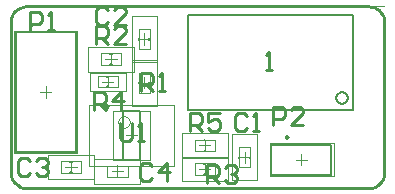
<source format=gto>
G04*
G04 #@! TF.GenerationSoftware,Altium Limited,Altium Designer,18.1.9 (240)*
G04*
G04 Layer_Color=65535*
%FSLAX25Y25*%
%MOIN*%
G70*
G01*
G75*
%ADD10C,0.00984*%
%ADD11C,0.00787*%
%ADD12C,0.01000*%
%ADD13C,0.00197*%
%ADD14C,0.00394*%
%ADD15C,0.00500*%
D10*
X92343Y17008D02*
X91604Y17434D01*
Y16582D01*
X92343Y17008D01*
X7028Y54457D02*
X6289Y54883D01*
Y54031D01*
X7028Y54457D01*
X32303Y27173D02*
X31565Y27599D01*
Y26747D01*
X32303Y27173D01*
D11*
X46181Y34850D02*
Y35244D01*
X42638Y34850D02*
Y35244D01*
X106850Y4449D02*
Y14449D01*
X86850Y4449D02*
X106850D01*
X86850D02*
Y14449D01*
X106850D01*
X79724Y10039D02*
Y10433D01*
X76181Y10039D02*
Y10433D01*
X64370Y4528D02*
X64764D01*
X64370Y8071D02*
X64764D01*
X64370Y12402D02*
X64764D01*
X64370Y15945D02*
X64764D01*
X46181Y49409D02*
Y49803D01*
X42638Y49409D02*
Y49803D01*
X1535Y11898D02*
X21535D01*
X1535D02*
Y51898D01*
X21535D01*
Y11898D02*
Y51898D01*
X33189Y44693D02*
X33583D01*
X33189Y41150D02*
X33583D01*
X32106Y36976D02*
X32500D01*
X32106Y33827D02*
X32500D01*
X19803Y8748D02*
X20197D01*
X19803Y5205D02*
X20197D01*
X35236Y3740D02*
X35630D01*
X35236Y7283D02*
X35630D01*
X37224Y9358D02*
Y25697D01*
X43130Y9358D02*
Y25697D01*
X37224D02*
X43130D01*
X37224Y9358D02*
X43130D01*
D12*
X85039Y39370D02*
X87039D01*
X86039D01*
Y45368D01*
X85039Y44368D01*
X43307Y32283D02*
Y38282D01*
X46306D01*
X47306Y37282D01*
Y35282D01*
X46306Y34283D01*
X43307D01*
X45306D02*
X47306Y32283D01*
X49305D02*
X51305D01*
X50305D01*
Y38282D01*
X49305Y37282D01*
X87400Y21000D02*
Y26998D01*
X90399D01*
X91399Y25998D01*
Y23999D01*
X90399Y22999D01*
X87400D01*
X97397Y21000D02*
X93398D01*
X97397Y24999D01*
Y25998D01*
X96397Y26998D01*
X94398D01*
X93398Y25998D01*
X78802Y23896D02*
X77802Y24896D01*
X75803D01*
X74803Y23896D01*
Y19897D01*
X75803Y18898D01*
X77802D01*
X78802Y19897D01*
X80801Y18898D02*
X82801D01*
X81801D01*
Y24896D01*
X80801Y23896D01*
X65354Y1575D02*
Y7573D01*
X68353D01*
X69353Y6573D01*
Y4574D01*
X68353Y3574D01*
X65354D01*
X67354D02*
X69353Y1575D01*
X71352Y6573D02*
X72352Y7573D01*
X74351D01*
X75351Y6573D01*
Y5573D01*
X74351Y4574D01*
X73352D01*
X74351D01*
X75351Y3574D01*
Y2575D01*
X74351Y1575D01*
X72352D01*
X71352Y2575D01*
X59842Y18898D02*
Y24896D01*
X62841D01*
X63841Y23896D01*
Y21897D01*
X62841Y20897D01*
X59842D01*
X61842D02*
X63841Y18898D01*
X69839Y24896D02*
X65841D01*
Y21897D01*
X67840Y22896D01*
X68840D01*
X69839Y21897D01*
Y19897D01*
X68840Y18898D01*
X66840D01*
X65841Y19897D01*
X32345Y59329D02*
X31345Y60329D01*
X29346D01*
X28346Y59329D01*
Y55330D01*
X29346Y54331D01*
X31345D01*
X32345Y55330D01*
X38343Y54331D02*
X34345D01*
X38343Y58329D01*
Y59329D01*
X37343Y60329D01*
X35344D01*
X34345Y59329D01*
X6299Y52756D02*
Y58754D01*
X9298D01*
X10298Y57754D01*
Y55755D01*
X9298Y54755D01*
X6299D01*
X12297Y52756D02*
X14297D01*
X13297D01*
Y58754D01*
X12297Y57754D01*
X28346Y48031D02*
Y54030D01*
X31345D01*
X32345Y53030D01*
Y51030D01*
X31345Y50031D01*
X28346D01*
X30346D02*
X32345Y48031D01*
X38343D02*
X34345D01*
X38343Y52030D01*
Y53030D01*
X37343Y54030D01*
X35344D01*
X34345Y53030D01*
X27559Y25984D02*
Y31982D01*
X30558D01*
X31558Y30983D01*
Y28983D01*
X30558Y27984D01*
X27559D01*
X29558D02*
X31558Y25984D01*
X36556D02*
Y31982D01*
X33557Y28983D01*
X37556D01*
X6361Y8935D02*
X5361Y9935D01*
X3362D01*
X2362Y8935D01*
Y4937D01*
X3362Y3937D01*
X5361D01*
X6361Y4937D01*
X8360Y8935D02*
X9360Y9935D01*
X11359D01*
X12359Y8935D01*
Y7936D01*
X11359Y6936D01*
X10360D01*
X11359D01*
X12359Y5936D01*
Y4937D01*
X11359Y3937D01*
X9360D01*
X8360Y4937D01*
X47070Y7451D02*
X46070Y8451D01*
X44071D01*
X43071Y7451D01*
Y3452D01*
X44071Y2453D01*
X46070D01*
X47070Y3452D01*
X52068Y2453D02*
Y8451D01*
X49069Y5452D01*
X53068D01*
X36220Y21746D02*
Y16748D01*
X37220Y15748D01*
X39219D01*
X40219Y16748D01*
Y21746D01*
X42219Y15748D02*
X44218D01*
X43218D01*
Y21746D01*
X42219Y20746D01*
X124500Y55500D02*
X124350Y56519D01*
X124005Y57490D01*
X123476Y58375D01*
X122785Y59139D01*
X121959Y59754D01*
X121028Y60196D01*
X120029Y60448D01*
X119000Y60500D01*
X119500Y-0D02*
X120475Y96D01*
X121413Y381D01*
X122278Y843D01*
X123036Y1464D01*
X123657Y2222D01*
X124119Y3087D01*
X124404Y4025D01*
X124500Y5000D01*
X-0Y5000D02*
X96Y4025D01*
X381Y3087D01*
X843Y2222D01*
X1464Y1464D01*
X2222Y843D01*
X3087Y381D01*
X4025Y96D01*
X5000Y0D01*
Y60500D02*
X4025Y60404D01*
X3087Y60119D01*
X2222Y59657D01*
X1464Y59035D01*
X843Y58278D01*
X381Y57413D01*
X96Y56476D01*
X0Y55500D01*
X124500Y5000D02*
Y55500D01*
X5000Y0D02*
X119500D01*
X0Y5000D02*
Y55500D01*
X5000Y60500D02*
X119000D01*
D13*
X60000Y61000D02*
X60500Y60500D01*
X124500D01*
X42539Y35047D02*
X46279D01*
X44409Y33177D02*
Y36917D01*
X48543Y27370D02*
Y42724D01*
X40276Y27370D02*
Y42724D01*
X48543D01*
X40276Y27370D02*
X48543D01*
X86457Y4055D02*
Y14842D01*
X107744D01*
X86457Y4055D02*
X107744D01*
Y14842D01*
X73819Y17913D02*
X82087D01*
X73819Y2559D02*
X82087D01*
Y17913D01*
X73819Y2559D02*
Y17913D01*
X77953Y8366D02*
Y12106D01*
X76083Y10236D02*
X79823D01*
X64567Y4429D02*
Y8169D01*
X62697Y6299D02*
X66437D01*
X56890Y2165D02*
X72244D01*
X56890Y10433D02*
X72244D01*
Y2165D02*
Y10433D01*
X56890Y2165D02*
Y10433D01*
X64567Y12303D02*
Y16043D01*
X62697Y14173D02*
X66437D01*
X56890Y10039D02*
X72244D01*
X56890Y18307D02*
X72244D01*
Y10039D02*
Y18307D01*
X56890Y10039D02*
Y18307D01*
X40276Y57284D02*
X48543D01*
X40276Y41929D02*
X48543D01*
Y57284D01*
X40276Y41929D02*
Y57284D01*
X44409Y47736D02*
Y51476D01*
X42539Y49606D02*
X46279D01*
X1142Y11504D02*
X21929D01*
X1142D02*
Y52291D01*
X21929Y11504D02*
Y52291D01*
X1142D02*
X21929D01*
X33386Y41051D02*
Y44791D01*
X31516Y42921D02*
X35256D01*
X25709Y47055D02*
X41063D01*
X25709Y38787D02*
X41063D01*
X25709D02*
Y47055D01*
X41063Y38787D02*
Y47055D01*
X32303Y33531D02*
Y37272D01*
X30433Y35402D02*
X34173D01*
X26398Y32449D02*
X38209D01*
X26398Y38354D02*
X38209D01*
Y32449D02*
Y38354D01*
X26398Y32449D02*
Y38354D01*
X12323Y2843D02*
Y11110D01*
X27677Y2843D02*
Y11110D01*
X12323D02*
X27677D01*
X12323Y2843D02*
X27677D01*
X18130Y6976D02*
X21870D01*
X20000Y5106D02*
Y8846D01*
X43110Y1378D02*
Y9646D01*
X27756Y1378D02*
Y9646D01*
Y1378D02*
X43110D01*
X27756Y9646D02*
X43110D01*
X33563Y5512D02*
X37303D01*
X35433Y3642D02*
Y7382D01*
X26102Y7291D02*
Y27764D01*
X54252Y7291D02*
Y27764D01*
X26102D02*
X54252D01*
X26102Y7291D02*
X54252D01*
D14*
X39587Y22055D02*
X39323Y23039D01*
X38602Y23760D01*
X37618Y24024D01*
X36634Y23760D01*
X35913Y23039D01*
X35650Y22055D01*
X35913Y21071D01*
X36634Y20350D01*
X37618Y20087D01*
X38602Y20350D01*
X39323Y21071D01*
X39587Y22055D01*
X46279Y31701D02*
Y38394D01*
X42539Y31701D02*
Y38394D01*
X46279D01*
X42539Y31701D02*
X46279D01*
X106850Y4449D02*
Y14449D01*
X86850Y4449D02*
X106850D01*
X86850D02*
Y14449D01*
X106850D01*
X76083Y13681D02*
X79823D01*
X76083Y6791D02*
X79823D01*
Y13681D01*
X76083Y6791D02*
Y13681D01*
X61221Y4429D02*
X67913D01*
X61221Y8169D02*
X67913D01*
Y4429D02*
Y8169D01*
X61221Y4429D02*
Y8169D01*
Y12303D02*
X67913D01*
X61221Y16043D02*
X67913D01*
Y12303D02*
Y16043D01*
X61221Y12303D02*
Y16043D01*
X42539Y53051D02*
X46279D01*
X42539Y46161D02*
X46279D01*
Y53051D01*
X42539Y46161D02*
Y53051D01*
X1535Y11898D02*
X21535D01*
X1535D02*
Y51898D01*
X21535Y11898D02*
Y51898D01*
X1535D02*
X21535D01*
X30039Y44791D02*
X36732D01*
X30039Y41051D02*
X36732D01*
X30039D02*
Y44791D01*
X36732Y41051D02*
Y44791D01*
X28957Y33531D02*
X35650D01*
X28957Y37272D02*
X35650D01*
Y33531D02*
Y37272D01*
X28957Y33531D02*
Y37272D01*
X16555Y5106D02*
Y8846D01*
X23445Y5106D02*
Y8846D01*
X16555D02*
X23445D01*
X16555Y5106D02*
X23445D01*
X38878Y3642D02*
Y7382D01*
X31988Y3642D02*
Y7382D01*
Y3642D02*
X38878D01*
X31988Y7382D02*
X38878D01*
X34075Y9457D02*
Y25598D01*
X46279Y9457D02*
Y25598D01*
X34075D02*
X46279D01*
X34075Y9457D02*
X46279D01*
X96850Y7480D02*
Y11417D01*
X94882Y9449D02*
X98819D01*
X9567Y31898D02*
X13504D01*
X11535Y29929D02*
Y33866D01*
X38209Y17528D02*
X42146D01*
X40177Y15559D02*
Y19496D01*
D15*
X112205Y29921D02*
X111941Y30906D01*
X111221Y31626D01*
X110236Y31890D01*
X109252Y31626D01*
X108531Y30906D01*
X108267Y29921D01*
X108531Y28937D01*
X109252Y28216D01*
X110236Y27952D01*
X111221Y28216D01*
X111941Y28937D01*
X112205Y29921D01*
X59055Y25984D02*
Y57480D01*
X114173D01*
Y25984D02*
Y57480D01*
X59055Y25984D02*
X114173D01*
M02*

</source>
